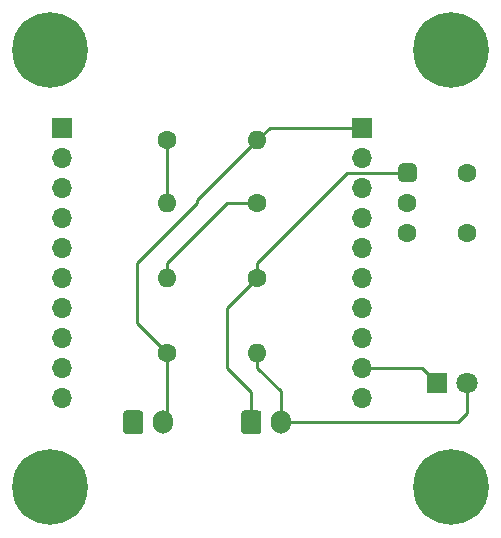
<source format=gbr>
%TF.GenerationSoftware,KiCad,Pcbnew,(5.1.9)-1*%
%TF.CreationDate,2022-07-09T00:28:58+09:00*%
%TF.ProjectId,Transmitter,5472616e-736d-4697-9474-65722e6b6963,rev?*%
%TF.SameCoordinates,Original*%
%TF.FileFunction,Copper,L1,Top*%
%TF.FilePolarity,Positive*%
%FSLAX46Y46*%
G04 Gerber Fmt 4.6, Leading zero omitted, Abs format (unit mm)*
G04 Created by KiCad (PCBNEW (5.1.9)-1) date 2022-07-09 00:28:58*
%MOMM*%
%LPD*%
G01*
G04 APERTURE LIST*
%TA.AperFunction,ComponentPad*%
%ADD10O,1.700000X2.000000*%
%TD*%
%TA.AperFunction,ComponentPad*%
%ADD11R,1.700000X1.700000*%
%TD*%
%TA.AperFunction,ComponentPad*%
%ADD12O,1.700000X1.700000*%
%TD*%
%TA.AperFunction,ComponentPad*%
%ADD13C,1.600000*%
%TD*%
%TA.AperFunction,ComponentPad*%
%ADD14O,1.600000X1.600000*%
%TD*%
%TA.AperFunction,ComponentPad*%
%ADD15R,1.800000X1.800000*%
%TD*%
%TA.AperFunction,ComponentPad*%
%ADD16C,1.800000*%
%TD*%
%TA.AperFunction,ComponentPad*%
%ADD17C,6.400000*%
%TD*%
%TA.AperFunction,ComponentPad*%
%ADD18C,0.800000*%
%TD*%
%TA.AperFunction,Conductor*%
%ADD19C,0.250000*%
%TD*%
G04 APERTURE END LIST*
%TO.P,J6,1*%
%TO.N,+5V*%
%TA.AperFunction,ComponentPad*%
G36*
G01*
X147220000Y-108240000D02*
X147220000Y-106740000D01*
G75*
G02*
X147470000Y-106490000I250000J0D01*
G01*
X148670000Y-106490000D01*
G75*
G02*
X148920000Y-106740000I0J-250000D01*
G01*
X148920000Y-108240000D01*
G75*
G02*
X148670000Y-108490000I-250000J0D01*
G01*
X147470000Y-108490000D01*
G75*
G02*
X147220000Y-108240000I0J250000D01*
G01*
G37*
%TD.AperFunction*%
D10*
%TO.P,J6,2*%
%TO.N,LED*%
X150570000Y-107490000D03*
%TD*%
D11*
%TO.P,J3,1*%
%TO.N,N/C*%
X132080000Y-82550000D03*
D12*
%TO.P,J3,2*%
X132080000Y-85090000D03*
%TO.P,J3,3*%
X132080000Y-87630000D03*
%TO.P,J3,4*%
X132080000Y-90170000D03*
%TO.P,J3,5*%
%TO.N,+3V3*%
X132080000Y-92710000D03*
%TO.P,J3,6*%
%TO.N,N/C*%
X132080000Y-95250000D03*
%TO.P,J3,7*%
X132080000Y-97790000D03*
%TO.P,J3,8*%
X132080000Y-100330000D03*
%TO.P,J3,9*%
%TO.N,+3V3*%
X132080000Y-102870000D03*
%TO.P,J3,10*%
%TO.N,N/C*%
X132080000Y-105410000D03*
%TD*%
%TO.P,J4,10*%
%TO.N,N/C*%
X157480000Y-105410000D03*
%TO.P,J4,9*%
%TO.N,ESS*%
X157480000Y-102870000D03*
%TO.P,J4,8*%
%TO.N,N/C*%
X157480000Y-100330000D03*
%TO.P,J4,7*%
X157480000Y-97790000D03*
%TO.P,J4,6*%
X157480000Y-95250000D03*
%TO.P,J4,5*%
X157480000Y-92710000D03*
%TO.P,J4,4*%
X157480000Y-90170000D03*
%TO.P,J4,3*%
X157480000Y-87630000D03*
%TO.P,J4,2*%
X157480000Y-85090000D03*
D11*
%TO.P,J4,1*%
%TO.N,ESS*%
X157480000Y-82550000D03*
%TD*%
%TO.P,J5,1*%
%TO.N,PW_IN*%
%TA.AperFunction,ComponentPad*%
G36*
G01*
X137220000Y-108240000D02*
X137220000Y-106740000D01*
G75*
G02*
X137470000Y-106490000I250000J0D01*
G01*
X138670000Y-106490000D01*
G75*
G02*
X138920000Y-106740000I0J-250000D01*
G01*
X138920000Y-108240000D01*
G75*
G02*
X138670000Y-108490000I-250000J0D01*
G01*
X137470000Y-108490000D01*
G75*
G02*
X137220000Y-108240000I0J250000D01*
G01*
G37*
%TD.AperFunction*%
D10*
%TO.P,J5,2*%
%TO.N,ESS*%
X140570000Y-107490000D03*
%TD*%
D13*
%TO.P,SW1,*%
%TO.N,*%
X166370000Y-91440000D03*
X166370000Y-86360000D03*
%TO.P,SW1,1*%
%TO.N,+5V*%
%TA.AperFunction,ComponentPad*%
G36*
G01*
X162090000Y-85960000D02*
X162090000Y-86760000D01*
G75*
G02*
X161690000Y-87160000I-400000J0D01*
G01*
X160890000Y-87160000D01*
G75*
G02*
X160490000Y-86760000I0J400000D01*
G01*
X160490000Y-85960000D01*
G75*
G02*
X160890000Y-85560000I400000J0D01*
G01*
X161690000Y-85560000D01*
G75*
G02*
X162090000Y-85960000I0J-400000D01*
G01*
G37*
%TD.AperFunction*%
%TO.P,SW1,2*%
%TO.N,PW_IN*%
X161290000Y-88900000D03*
%TO.P,SW1,3*%
%TO.N,N/C*%
X161290000Y-91440000D03*
%TD*%
%TO.P,R1,1*%
%TO.N,Net-(R1-Pad1)*%
X140970000Y-83600000D03*
D14*
%TO.P,R1,2*%
%TO.N,ESS*%
X148590000Y-83600000D03*
%TD*%
D13*
%TO.P,R2,1*%
%TO.N,Net-(R2-Pad1)*%
X148590000Y-88900000D03*
D14*
%TO.P,R2,2*%
%TO.N,Net-(R1-Pad1)*%
X140970000Y-88900000D03*
%TD*%
D13*
%TO.P,R3,1*%
%TO.N,+5V*%
X148590000Y-95250000D03*
D14*
%TO.P,R3,2*%
%TO.N,Net-(R2-Pad1)*%
X140970000Y-95250000D03*
%TD*%
D15*
%TO.P,D1,1*%
%TO.N,ESS*%
X163830000Y-104140000D03*
D16*
%TO.P,D1,2*%
%TO.N,LED*%
X166370000Y-104140000D03*
%TD*%
D17*
%TO.P,H1,1*%
%TO.N,N/C*%
X131000000Y-76000000D03*
D18*
X133400000Y-76000000D03*
X132697056Y-77697056D03*
X131000000Y-78400000D03*
X129302944Y-77697056D03*
X128600000Y-76000000D03*
X129302944Y-74302944D03*
X131000000Y-73600000D03*
X132697056Y-74302944D03*
%TD*%
%TO.P,H2,1*%
%TO.N,N/C*%
X132697056Y-111302944D03*
X131000000Y-110600000D03*
X129302944Y-111302944D03*
X128600000Y-113000000D03*
X129302944Y-114697056D03*
X131000000Y-115400000D03*
X132697056Y-114697056D03*
X133400000Y-113000000D03*
D17*
X131000000Y-113000000D03*
%TD*%
%TO.P,H3,1*%
%TO.N,N/C*%
X165000000Y-113000000D03*
D18*
X167400000Y-113000000D03*
X166697056Y-114697056D03*
X165000000Y-115400000D03*
X163302944Y-114697056D03*
X162600000Y-113000000D03*
X163302944Y-111302944D03*
X165000000Y-110600000D03*
X166697056Y-111302944D03*
%TD*%
%TO.P,H4,1*%
%TO.N,N/C*%
X166697056Y-74302944D03*
X165000000Y-73600000D03*
X163302944Y-74302944D03*
X162600000Y-76000000D03*
X163302944Y-77697056D03*
X165000000Y-78400000D03*
X166697056Y-77697056D03*
X167400000Y-76000000D03*
D17*
X165000000Y-76000000D03*
%TD*%
D13*
%TO.P,R4,1*%
%TO.N,ESS*%
X140970000Y-101600000D03*
D14*
%TO.P,R4,2*%
%TO.N,LED*%
X148590000Y-101600000D03*
%TD*%
D19*
%TO.N,+5V*%
X148070000Y-107490000D02*
X148070000Y-104890000D01*
X148070000Y-104890000D02*
X146050000Y-102870000D01*
X146050000Y-97790000D02*
X148590000Y-95250000D01*
X146050000Y-102870000D02*
X146050000Y-97790000D01*
X148590000Y-95250000D02*
X148590000Y-93980000D01*
X156210000Y-86360000D02*
X161290000Y-86360000D01*
X148590000Y-93980000D02*
X156210000Y-86360000D01*
%TO.N,Net-(R1-Pad1)*%
X140970000Y-83600000D02*
X140970000Y-88900000D01*
%TO.N,Net-(R2-Pad1)*%
X140970000Y-95250000D02*
X140970000Y-93980000D01*
X146050000Y-88900000D02*
X148590000Y-88900000D01*
X140970000Y-93980000D02*
X146050000Y-88900000D01*
%TO.N,ESS*%
X149640000Y-82550000D02*
X148590000Y-83600000D01*
X157480000Y-82550000D02*
X149640000Y-82550000D01*
X140970000Y-107090000D02*
X140570000Y-107490000D01*
X140970000Y-101600000D02*
X140970000Y-107090000D01*
X148590000Y-83600000D02*
X143510000Y-88680000D01*
X143510000Y-88680000D02*
X143510000Y-88900000D01*
X143510000Y-88900000D02*
X138430000Y-93980000D01*
X138430000Y-99060000D02*
X140970000Y-101600000D01*
X138430000Y-93980000D02*
X138430000Y-99060000D01*
X162560000Y-102870000D02*
X163830000Y-104140000D01*
X157480000Y-102870000D02*
X162560000Y-102870000D01*
%TO.N,LED*%
X148590000Y-101600000D02*
X148590000Y-102870000D01*
X150570000Y-104850000D02*
X150570000Y-107490000D01*
X148590000Y-102870000D02*
X150570000Y-104850000D01*
X150570000Y-107490000D02*
X165560000Y-107490000D01*
X166370000Y-106680000D02*
X166370000Y-104140000D01*
X165560000Y-107490000D02*
X166370000Y-106680000D01*
%TD*%
M02*

</source>
